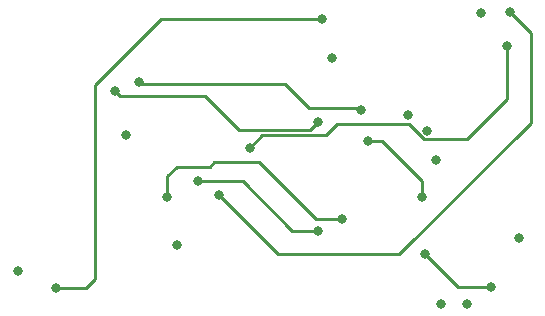
<source format=gbl>
G04 #@! TF.GenerationSoftware,KiCad,Pcbnew,7.0.2-6a45011f42~172~ubuntu20.04.1*
G04 #@! TF.CreationDate,2023-05-13T12:04:57+10:00*
G04 #@! TF.ProjectId,pcb_redesign,7063625f-7265-4646-9573-69676e2e6b69,rev?*
G04 #@! TF.SameCoordinates,Original*
G04 #@! TF.FileFunction,Copper,L4,Bot*
G04 #@! TF.FilePolarity,Positive*
%FSLAX46Y46*%
G04 Gerber Fmt 4.6, Leading zero omitted, Abs format (unit mm)*
G04 Created by KiCad (PCBNEW 7.0.2-6a45011f42~172~ubuntu20.04.1) date 2023-05-13 12:04:57*
%MOMM*%
%LPD*%
G01*
G04 APERTURE LIST*
G04 #@! TA.AperFunction,ViaPad*
%ADD10C,0.800000*%
G04 #@! TD*
G04 #@! TA.AperFunction,Conductor*
%ADD11C,0.250000*%
G04 #@! TD*
G04 APERTURE END LIST*
D10*
X143050000Y-74800000D03*
X138450000Y-70000000D03*
X144250000Y-71600000D03*
X117050000Y-65800000D03*
X134250000Y-68400000D03*
X119050000Y-65000000D03*
X137850000Y-67400000D03*
X121450000Y-74800000D03*
X136250000Y-76600000D03*
X124050000Y-73400000D03*
X134250000Y-77600000D03*
X148850000Y-82400000D03*
X143250000Y-79600000D03*
X146850000Y-83800000D03*
X144650000Y-83800000D03*
X141850000Y-67800000D03*
X135450000Y-63000000D03*
X108800000Y-81000000D03*
X122250000Y-78800000D03*
X118000000Y-69500000D03*
X151250000Y-78200000D03*
X150450000Y-59100000D03*
X125850000Y-74600000D03*
X128450000Y-70600000D03*
X150250000Y-62000000D03*
X148050000Y-59200000D03*
X134550000Y-59700000D03*
X143450000Y-69200000D03*
X112000000Y-82500000D03*
D11*
X137850000Y-67400000D02*
X137650000Y-67200000D01*
X137650000Y-67200000D02*
X133450000Y-67200000D01*
X133450000Y-67200000D02*
X131450000Y-65200000D01*
X119250000Y-65200000D02*
X119050000Y-65000000D01*
X131450000Y-65200000D02*
X119250000Y-65200000D01*
X129525000Y-69525000D02*
X134925000Y-69525000D01*
X134925000Y-69525000D02*
X135850000Y-68600000D01*
X135850000Y-68600000D02*
X141895405Y-68600000D01*
X128450000Y-70600000D02*
X129525000Y-69525000D01*
X150250000Y-66500000D02*
X150250000Y-62000000D01*
X141895405Y-68600000D02*
X143170405Y-69875000D01*
X143170405Y-69875000D02*
X146875000Y-69875000D01*
X146875000Y-69875000D02*
X150250000Y-66500000D01*
X136250000Y-76600000D02*
X134050000Y-76600000D01*
X134050000Y-76600000D02*
X129250000Y-71800000D01*
X129250000Y-71800000D02*
X125450000Y-71800000D01*
X121450000Y-73000000D02*
X121450000Y-74800000D01*
X125450000Y-71800000D02*
X125050000Y-72200000D01*
X125050000Y-72200000D02*
X122250000Y-72200000D01*
X122250000Y-72200000D02*
X121450000Y-73000000D01*
X138450000Y-70000000D02*
X139650000Y-70000000D01*
X143050000Y-73400000D02*
X143050000Y-74800000D01*
X139650000Y-70000000D02*
X143050000Y-73400000D01*
X133525000Y-69125000D02*
X127575000Y-69125000D01*
X127575000Y-69125000D02*
X124650000Y-66200000D01*
X134250000Y-68400000D02*
X133525000Y-69125000D01*
X124650000Y-66200000D02*
X117450000Y-66200000D01*
X117450000Y-66200000D02*
X117050000Y-65800000D01*
X150450000Y-59100000D02*
X152225000Y-60875000D01*
X152225000Y-60875000D02*
X152225000Y-68478889D01*
X152225000Y-68478889D02*
X141103889Y-79600000D01*
X141103889Y-79600000D02*
X130850000Y-79600000D01*
X130850000Y-79600000D02*
X125850000Y-74600000D01*
X134250000Y-77600000D02*
X132050000Y-77600000D01*
X132050000Y-77600000D02*
X127850000Y-73400000D01*
X127850000Y-73400000D02*
X124050000Y-73400000D01*
X146050000Y-82400000D02*
X148850000Y-82400000D01*
X143250000Y-79600000D02*
X146050000Y-82400000D01*
X115350000Y-81700000D02*
X114550000Y-82500000D01*
X120950000Y-59700000D02*
X115350000Y-65300000D01*
X114550000Y-82500000D02*
X112000000Y-82500000D01*
X134550000Y-59700000D02*
X120950000Y-59700000D01*
X115350000Y-65300000D02*
X115350000Y-81700000D01*
M02*

</source>
